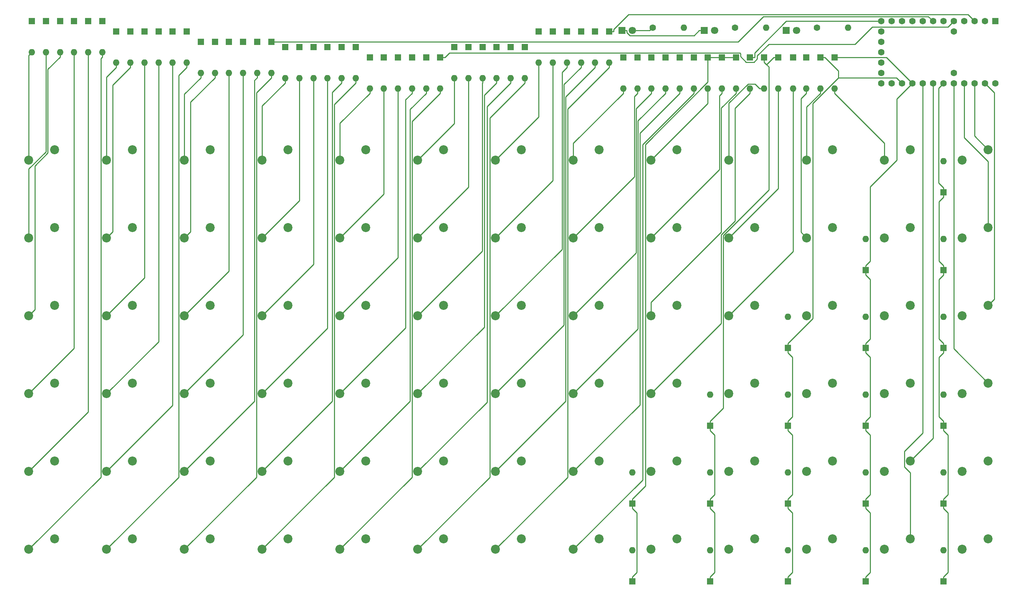
<source format=gbr>
%TF.GenerationSoftware,KiCad,Pcbnew,5.1.8-5.1.8*%
%TF.CreationDate,2020-11-21T17:42:12+00:00*%
%TF.ProjectId,m78,6d37382e-6b69-4636-9164-5f7063625858,rev?*%
%TF.SameCoordinates,Original*%
%TF.FileFunction,Copper,L2,Bot*%
%TF.FilePolarity,Positive*%
%FSLAX46Y46*%
G04 Gerber Fmt 4.6, Leading zero omitted, Abs format (unit mm)*
G04 Created by KiCad (PCBNEW 5.1.8-5.1.8) date 2020-11-21 17:42:12*
%MOMM*%
%LPD*%
G01*
G04 APERTURE LIST*
%TA.AperFunction,ComponentPad*%
%ADD10R,1.600000X1.600000*%
%TD*%
%TA.AperFunction,ComponentPad*%
%ADD11O,1.600000X1.600000*%
%TD*%
%TA.AperFunction,ComponentPad*%
%ADD12C,2.200000*%
%TD*%
%TA.AperFunction,ComponentPad*%
%ADD13C,1.600000*%
%TD*%
%TA.AperFunction,ComponentPad*%
%ADD14C,1.800000*%
%TD*%
%TA.AperFunction,ComponentPad*%
%ADD15R,1.800000X1.800000*%
%TD*%
%TA.AperFunction,Conductor*%
%ADD16C,0.250000*%
%TD*%
G04 APERTURE END LIST*
D10*
%TO.P,D1,1*%
%TO.N,c0*%
X24861800Y-16810000D03*
D11*
%TO.P,D1,2*%
%TO.N,Net-(D1-Pad2)*%
X24861800Y-24430000D03*
%TD*%
D10*
%TO.P,D72,1*%
%TO.N,c11*%
X229060000Y-153970000D03*
D11*
%TO.P,D72,2*%
%TO.N,Net-(D72-Pad2)*%
X229060000Y-146350000D03*
%TD*%
D10*
%TO.P,D66,1*%
%TO.N,c10*%
X210010000Y-153970000D03*
D11*
%TO.P,D66,2*%
%TO.N,Net-(D66-Pad2)*%
X210010000Y-146350000D03*
%TD*%
D10*
%TO.P,D60,1*%
%TO.N,c9*%
X190960000Y-153970000D03*
D11*
%TO.P,D60,2*%
%TO.N,Net-(D60-Pad2)*%
X190960000Y-146350000D03*
%TD*%
D10*
%TO.P,D54,1*%
%TO.N,c8*%
X171910000Y-153970000D03*
D11*
%TO.P,D54,2*%
%TO.N,Net-(D54-Pad2)*%
X171910000Y-146350000D03*
%TD*%
D10*
%TO.P,D48,1*%
%TO.N,c7*%
X186953000Y-25700000D03*
D11*
%TO.P,D48,2*%
%TO.N,Net-(D48-Pad2)*%
X186953000Y-33320000D03*
%TD*%
D10*
%TO.P,D42,1*%
%TO.N,c6*%
X166260000Y-19350000D03*
D11*
%TO.P,D42,2*%
%TO.N,Net-(D42-Pad2)*%
X166260000Y-26970000D03*
%TD*%
D10*
%TO.P,D36,1*%
%TO.N,c5*%
X145568000Y-23160000D03*
D11*
%TO.P,D36,2*%
%TO.N,Net-(D36-Pad2)*%
X145568000Y-30780000D03*
%TD*%
D10*
%TO.P,D30,1*%
%TO.N,c4*%
X124875000Y-25700000D03*
D11*
%TO.P,D30,2*%
%TO.N,Net-(D30-Pad2)*%
X124875000Y-33320000D03*
%TD*%
D10*
%TO.P,D24,1*%
%TO.N,c3*%
X104183000Y-23160000D03*
D11*
%TO.P,D24,2*%
%TO.N,Net-(D24-Pad2)*%
X104183000Y-30780000D03*
%TD*%
D10*
%TO.P,D18,1*%
%TO.N,c2*%
X83490400Y-21890000D03*
D11*
%TO.P,D18,2*%
%TO.N,Net-(D18-Pad2)*%
X83490400Y-29510000D03*
%TD*%
D10*
%TO.P,D12,1*%
%TO.N,c1*%
X62797900Y-19350000D03*
D11*
%TO.P,D12,2*%
%TO.N,Net-(D12-Pad2)*%
X62797900Y-26970000D03*
%TD*%
D10*
%TO.P,D6,1*%
%TO.N,c0*%
X42105500Y-16810000D03*
D11*
%TO.P,D6,2*%
%TO.N,Net-(D6-Pad2)*%
X42105500Y-24430000D03*
%TD*%
D10*
%TO.P,D67,1*%
%TO.N,c11*%
X221440000Y-25700000D03*
D11*
%TO.P,D67,2*%
%TO.N,Net-(D67-Pad2)*%
X221440000Y-33320000D03*
%TD*%
D10*
%TO.P,D77,1*%
%TO.N,c12*%
X248110000Y-134920000D03*
D11*
%TO.P,D77,2*%
%TO.N,Net-(D77-Pad2)*%
X248110000Y-127300000D03*
%TD*%
D10*
%TO.P,D76,1*%
%TO.N,c12*%
X248110000Y-115870000D03*
D11*
%TO.P,D76,2*%
%TO.N,Net-(D76-Pad2)*%
X248110000Y-108250000D03*
%TD*%
D10*
%TO.P,D75,1*%
%TO.N,c12*%
X248110000Y-96820000D03*
D11*
%TO.P,D75,2*%
%TO.N,Net-(D75-Pad2)*%
X248110000Y-89200000D03*
%TD*%
D10*
%TO.P,D74,1*%
%TO.N,c12*%
X248110000Y-77770000D03*
D11*
%TO.P,D74,2*%
%TO.N,Net-(D74-Pad2)*%
X248110000Y-70150000D03*
%TD*%
D10*
%TO.P,D73,1*%
%TO.N,c12*%
X248110000Y-58720000D03*
D11*
%TO.P,D73,2*%
%TO.N,Net-(D73-Pad2)*%
X248110000Y-51100000D03*
%TD*%
D10*
%TO.P,D71,1*%
%TO.N,c11*%
X229060000Y-134920000D03*
D11*
%TO.P,D71,2*%
%TO.N,Net-(D71-Pad2)*%
X229060000Y-127300000D03*
%TD*%
D10*
%TO.P,D70,1*%
%TO.N,c11*%
X229060000Y-115870000D03*
D11*
%TO.P,D70,2*%
%TO.N,Net-(D70-Pad2)*%
X229060000Y-108250000D03*
%TD*%
D10*
%TO.P,D69,1*%
%TO.N,c11*%
X229060000Y-96820000D03*
D11*
%TO.P,D69,2*%
%TO.N,Net-(D69-Pad2)*%
X229060000Y-89200000D03*
%TD*%
D10*
%TO.P,D68,1*%
%TO.N,c11*%
X229060000Y-77770000D03*
D11*
%TO.P,D68,2*%
%TO.N,Net-(D68-Pad2)*%
X229060000Y-70150000D03*
%TD*%
D10*
%TO.P,D65,1*%
%TO.N,c10*%
X210010000Y-134920000D03*
D11*
%TO.P,D65,2*%
%TO.N,Net-(D65-Pad2)*%
X210010000Y-127300000D03*
%TD*%
D10*
%TO.P,D64,1*%
%TO.N,c10*%
X210010000Y-115870000D03*
D11*
%TO.P,D64,2*%
%TO.N,Net-(D64-Pad2)*%
X210010000Y-108250000D03*
%TD*%
D10*
%TO.P,D63,1*%
%TO.N,c10*%
X210010000Y-96820000D03*
D11*
%TO.P,D63,2*%
%TO.N,Net-(D63-Pad2)*%
X210010000Y-89200000D03*
%TD*%
D10*
%TO.P,D62,1*%
%TO.N,c10*%
X214542000Y-25700000D03*
D11*
%TO.P,D62,2*%
%TO.N,Net-(D62-Pad2)*%
X214542000Y-33320000D03*
%TD*%
D10*
%TO.P,D61,1*%
%TO.N,c10*%
X217991000Y-25700000D03*
D11*
%TO.P,D61,2*%
%TO.N,Net-(D61-Pad2)*%
X217991000Y-33320000D03*
%TD*%
D10*
%TO.P,D59,1*%
%TO.N,c9*%
X190960000Y-134920000D03*
D11*
%TO.P,D59,2*%
%TO.N,Net-(D59-Pad2)*%
X190960000Y-127300000D03*
%TD*%
D10*
%TO.P,D58,1*%
%TO.N,c9*%
X190960000Y-115870000D03*
D11*
%TO.P,D58,2*%
%TO.N,Net-(D58-Pad2)*%
X190960000Y-108250000D03*
%TD*%
D10*
%TO.P,D57,1*%
%TO.N,c9*%
X211280000Y-25700000D03*
D11*
%TO.P,D57,2*%
%TO.N,Net-(D57-Pad2)*%
X211280000Y-33320000D03*
%TD*%
D10*
%TO.P,D56,1*%
%TO.N,c9*%
X207645000Y-25700000D03*
D11*
%TO.P,D56,2*%
%TO.N,Net-(D56-Pad2)*%
X207645000Y-33320000D03*
%TD*%
D10*
%TO.P,D55,1*%
%TO.N,c9*%
X204196000Y-25700000D03*
D11*
%TO.P,D55,2*%
%TO.N,Net-(D55-Pad2)*%
X204196000Y-33320000D03*
%TD*%
D10*
%TO.P,D53,1*%
%TO.N,c8*%
X171910000Y-134920000D03*
D11*
%TO.P,D53,2*%
%TO.N,Net-(D53-Pad2)*%
X171910000Y-127300000D03*
%TD*%
D10*
%TO.P,D52,1*%
%TO.N,c8*%
X200748000Y-25700000D03*
D11*
%TO.P,D52,2*%
%TO.N,Net-(D52-Pad2)*%
X200748000Y-33320000D03*
%TD*%
D10*
%TO.P,D51,1*%
%TO.N,c8*%
X197299000Y-25700000D03*
D11*
%TO.P,D51,2*%
%TO.N,Net-(D51-Pad2)*%
X197299000Y-33320000D03*
%TD*%
D10*
%TO.P,D50,1*%
%TO.N,c8*%
X193850000Y-25700000D03*
D11*
%TO.P,D50,2*%
%TO.N,Net-(D50-Pad2)*%
X193850000Y-33320000D03*
%TD*%
D10*
%TO.P,D49,1*%
%TO.N,c8*%
X190401000Y-25700000D03*
D11*
%TO.P,D49,2*%
%TO.N,Net-(D49-Pad2)*%
X190401000Y-33320000D03*
%TD*%
D10*
%TO.P,D47,1*%
%TO.N,c7*%
X183504000Y-25700000D03*
D11*
%TO.P,D47,2*%
%TO.N,Net-(D47-Pad2)*%
X183504000Y-33320000D03*
%TD*%
D10*
%TO.P,D46,1*%
%TO.N,c7*%
X180055000Y-25700000D03*
D11*
%TO.P,D46,2*%
%TO.N,Net-(D46-Pad2)*%
X180055000Y-33320000D03*
%TD*%
D10*
%TO.P,D45,1*%
%TO.N,c7*%
X176606000Y-25700000D03*
D11*
%TO.P,D45,2*%
%TO.N,Net-(D45-Pad2)*%
X176606000Y-33320000D03*
%TD*%
D10*
%TO.P,D44,1*%
%TO.N,c7*%
X173158000Y-25700000D03*
D11*
%TO.P,D44,2*%
%TO.N,Net-(D44-Pad2)*%
X173158000Y-33320000D03*
%TD*%
D10*
%TO.P,D43,1*%
%TO.N,c7*%
X169709000Y-25700000D03*
D11*
%TO.P,D43,2*%
%TO.N,Net-(D43-Pad2)*%
X169709000Y-33320000D03*
%TD*%
D10*
%TO.P,D41,1*%
%TO.N,c6*%
X162811000Y-19350000D03*
D11*
%TO.P,D41,2*%
%TO.N,Net-(D41-Pad2)*%
X162811000Y-26970000D03*
%TD*%
D10*
%TO.P,D40,1*%
%TO.N,c6*%
X159363000Y-19350000D03*
D11*
%TO.P,D40,2*%
%TO.N,Net-(D40-Pad2)*%
X159363000Y-26970000D03*
%TD*%
D10*
%TO.P,D39,1*%
%TO.N,c6*%
X155914000Y-19350000D03*
D11*
%TO.P,D39,2*%
%TO.N,Net-(D39-Pad2)*%
X155914000Y-26970000D03*
%TD*%
D10*
%TO.P,D38,1*%
%TO.N,c6*%
X152465000Y-19350000D03*
D11*
%TO.P,D38,2*%
%TO.N,Net-(D38-Pad2)*%
X152465000Y-26970000D03*
%TD*%
D10*
%TO.P,D37,1*%
%TO.N,c6*%
X149016000Y-19350000D03*
D11*
%TO.P,D37,2*%
%TO.N,Net-(D37-Pad2)*%
X149016000Y-26970000D03*
%TD*%
D10*
%TO.P,D35,1*%
%TO.N,c5*%
X142119000Y-23160000D03*
D11*
%TO.P,D35,2*%
%TO.N,Net-(D35-Pad2)*%
X142119000Y-30780000D03*
%TD*%
D10*
%TO.P,D34,1*%
%TO.N,c5*%
X138670000Y-23160000D03*
D11*
%TO.P,D34,2*%
%TO.N,Net-(D34-Pad2)*%
X138670000Y-30780000D03*
%TD*%
D10*
%TO.P,D33,1*%
%TO.N,c5*%
X135221000Y-23160000D03*
D11*
%TO.P,D33,2*%
%TO.N,Net-(D33-Pad2)*%
X135221000Y-30780000D03*
%TD*%
D10*
%TO.P,D32,1*%
%TO.N,c5*%
X131773000Y-23160000D03*
D11*
%TO.P,D32,2*%
%TO.N,Net-(D32-Pad2)*%
X131773000Y-30780000D03*
%TD*%
D10*
%TO.P,D31,1*%
%TO.N,c5*%
X128324000Y-23160000D03*
D11*
%TO.P,D31,2*%
%TO.N,Net-(D31-Pad2)*%
X128324000Y-30780000D03*
%TD*%
D10*
%TO.P,D29,1*%
%TO.N,c4*%
X121427000Y-25700000D03*
D11*
%TO.P,D29,2*%
%TO.N,Net-(D29-Pad2)*%
X121427000Y-33320000D03*
%TD*%
D10*
%TO.P,D28,1*%
%TO.N,c4*%
X117978000Y-25700000D03*
D11*
%TO.P,D28,2*%
%TO.N,Net-(D28-Pad2)*%
X117978000Y-33320000D03*
%TD*%
D10*
%TO.P,D27,1*%
%TO.N,c4*%
X114529000Y-25700000D03*
D11*
%TO.P,D27,2*%
%TO.N,Net-(D27-Pad2)*%
X114529000Y-33320000D03*
%TD*%
D10*
%TO.P,D26,1*%
%TO.N,c4*%
X111080000Y-25700000D03*
D11*
%TO.P,D26,2*%
%TO.N,Net-(D26-Pad2)*%
X111080000Y-33320000D03*
%TD*%
D10*
%TO.P,D25,1*%
%TO.N,c4*%
X107632000Y-25700000D03*
D11*
%TO.P,D25,2*%
%TO.N,Net-(D25-Pad2)*%
X107632000Y-33320000D03*
%TD*%
D10*
%TO.P,D23,1*%
%TO.N,c3*%
X100734000Y-23160000D03*
D11*
%TO.P,D23,2*%
%TO.N,Net-(D23-Pad2)*%
X100734000Y-30780000D03*
%TD*%
D10*
%TO.P,D22,1*%
%TO.N,c3*%
X97285300Y-23160000D03*
D11*
%TO.P,D22,2*%
%TO.N,Net-(D22-Pad2)*%
X97285300Y-30780000D03*
%TD*%
D10*
%TO.P,D21,1*%
%TO.N,c3*%
X93836600Y-23160000D03*
D11*
%TO.P,D21,2*%
%TO.N,Net-(D21-Pad2)*%
X93836600Y-30780000D03*
%TD*%
D10*
%TO.P,D20,1*%
%TO.N,c3*%
X90387900Y-23160000D03*
D11*
%TO.P,D20,2*%
%TO.N,Net-(D20-Pad2)*%
X90387900Y-30780000D03*
%TD*%
D10*
%TO.P,D19,1*%
%TO.N,c3*%
X86939100Y-23160000D03*
D11*
%TO.P,D19,2*%
%TO.N,Net-(D19-Pad2)*%
X86939100Y-30780000D03*
%TD*%
D10*
%TO.P,D17,1*%
%TO.N,c2*%
X80041600Y-21890000D03*
D11*
%TO.P,D17,2*%
%TO.N,Net-(D17-Pad2)*%
X80041600Y-29510000D03*
%TD*%
D10*
%TO.P,D16,1*%
%TO.N,c2*%
X76592900Y-21890000D03*
D11*
%TO.P,D16,2*%
%TO.N,Net-(D16-Pad2)*%
X76592900Y-29510000D03*
%TD*%
D10*
%TO.P,D15,1*%
%TO.N,c2*%
X73144200Y-21890000D03*
D11*
%TO.P,D15,2*%
%TO.N,Net-(D15-Pad2)*%
X73144200Y-29510000D03*
%TD*%
D10*
%TO.P,D14,1*%
%TO.N,c2*%
X69695400Y-21890000D03*
D11*
%TO.P,D14,2*%
%TO.N,Net-(D14-Pad2)*%
X69695400Y-29510000D03*
%TD*%
D10*
%TO.P,D13,1*%
%TO.N,c2*%
X66246700Y-21890000D03*
D11*
%TO.P,D13,2*%
%TO.N,Net-(D13-Pad2)*%
X66246700Y-29510000D03*
%TD*%
D10*
%TO.P,D11,1*%
%TO.N,c1*%
X59349200Y-19350000D03*
D11*
%TO.P,D11,2*%
%TO.N,Net-(D11-Pad2)*%
X59349200Y-26970000D03*
%TD*%
D10*
%TO.P,D10,1*%
%TO.N,c1*%
X55900500Y-19350000D03*
D11*
%TO.P,D10,2*%
%TO.N,Net-(D10-Pad2)*%
X55900500Y-26970000D03*
%TD*%
D10*
%TO.P,D9,1*%
%TO.N,c1*%
X52451700Y-19350000D03*
D11*
%TO.P,D9,2*%
%TO.N,Net-(D9-Pad2)*%
X52451700Y-26970000D03*
%TD*%
D10*
%TO.P,D8,1*%
%TO.N,c1*%
X49003000Y-19350000D03*
D11*
%TO.P,D8,2*%
%TO.N,Net-(D8-Pad2)*%
X49003000Y-26970000D03*
%TD*%
D10*
%TO.P,D7,1*%
%TO.N,c1*%
X45554200Y-19350000D03*
D11*
%TO.P,D7,2*%
%TO.N,Net-(D7-Pad2)*%
X45554200Y-26970000D03*
%TD*%
D10*
%TO.P,D5,1*%
%TO.N,c0*%
X38656800Y-16810000D03*
D11*
%TO.P,D5,2*%
%TO.N,Net-(D5-Pad2)*%
X38656800Y-24430000D03*
%TD*%
D10*
%TO.P,D4,1*%
%TO.N,c0*%
X35208000Y-16810000D03*
D11*
%TO.P,D4,2*%
%TO.N,Net-(D4-Pad2)*%
X35208000Y-24430000D03*
%TD*%
D10*
%TO.P,D3,1*%
%TO.N,c0*%
X31759300Y-16810000D03*
D11*
%TO.P,D3,2*%
%TO.N,Net-(D3-Pad2)*%
X31759300Y-24430000D03*
%TD*%
D10*
%TO.P,D2,1*%
%TO.N,c0*%
X28310500Y-16810000D03*
D11*
%TO.P,D2,2*%
%TO.N,Net-(D2-Pad2)*%
X28310500Y-24430000D03*
%TD*%
%TO.P,D78,2*%
%TO.N,Net-(D78-Pad2)*%
X248110000Y-146350000D03*
D10*
%TO.P,D78,1*%
%TO.N,c12*%
X248110000Y-153970000D03*
%TD*%
D12*
%TO.P,SW78,2*%
%TO.N,Net-(D78-Pad2)*%
X252730000Y-146050000D03*
%TO.P,SW78,1*%
%TO.N,r5*%
X259080000Y-143510000D03*
%TD*%
%TO.P,SW77,2*%
%TO.N,Net-(D77-Pad2)*%
X252730000Y-127000000D03*
%TO.P,SW77,1*%
%TO.N,r4*%
X259080000Y-124460000D03*
%TD*%
%TO.P,SW76,2*%
%TO.N,Net-(D76-Pad2)*%
X252730000Y-107950000D03*
%TO.P,SW76,1*%
%TO.N,r3*%
X259080000Y-105410000D03*
%TD*%
%TO.P,SW75,2*%
%TO.N,Net-(D75-Pad2)*%
X252730000Y-88900000D03*
%TO.P,SW75,1*%
%TO.N,r2*%
X259080000Y-86360000D03*
%TD*%
%TO.P,SW74,2*%
%TO.N,Net-(D74-Pad2)*%
X252730000Y-69850000D03*
%TO.P,SW74,1*%
%TO.N,r1*%
X259080000Y-67310000D03*
%TD*%
%TO.P,SW73,2*%
%TO.N,Net-(D73-Pad2)*%
X252730000Y-50800000D03*
%TO.P,SW73,1*%
%TO.N,r0*%
X259080000Y-48260000D03*
%TD*%
%TO.P,SW72,2*%
%TO.N,Net-(D72-Pad2)*%
X233680000Y-146050000D03*
%TO.P,SW72,1*%
%TO.N,r5*%
X240030000Y-143510000D03*
%TD*%
%TO.P,SW71,2*%
%TO.N,Net-(D71-Pad2)*%
X233680000Y-127000000D03*
%TO.P,SW71,1*%
%TO.N,r4*%
X240030000Y-124460000D03*
%TD*%
%TO.P,SW70,2*%
%TO.N,Net-(D70-Pad2)*%
X233680000Y-107950000D03*
%TO.P,SW70,1*%
%TO.N,r3*%
X240030000Y-105410000D03*
%TD*%
%TO.P,SW69,2*%
%TO.N,Net-(D69-Pad2)*%
X233680000Y-88900000D03*
%TO.P,SW69,1*%
%TO.N,r2*%
X240030000Y-86360000D03*
%TD*%
%TO.P,SW68,2*%
%TO.N,Net-(D68-Pad2)*%
X233680000Y-69850000D03*
%TO.P,SW68,1*%
%TO.N,r1*%
X240030000Y-67310000D03*
%TD*%
%TO.P,SW67,2*%
%TO.N,Net-(D67-Pad2)*%
X233680000Y-50800000D03*
%TO.P,SW67,1*%
%TO.N,r0*%
X240030000Y-48260000D03*
%TD*%
%TO.P,SW66,2*%
%TO.N,Net-(D66-Pad2)*%
X214630000Y-146050000D03*
%TO.P,SW66,1*%
%TO.N,r5*%
X220980000Y-143510000D03*
%TD*%
%TO.P,SW65,2*%
%TO.N,Net-(D65-Pad2)*%
X214630000Y-127000000D03*
%TO.P,SW65,1*%
%TO.N,r4*%
X220980000Y-124460000D03*
%TD*%
%TO.P,SW64,2*%
%TO.N,Net-(D64-Pad2)*%
X214630000Y-107950000D03*
%TO.P,SW64,1*%
%TO.N,r3*%
X220980000Y-105410000D03*
%TD*%
%TO.P,SW63,2*%
%TO.N,Net-(D63-Pad2)*%
X214630000Y-88900000D03*
%TO.P,SW63,1*%
%TO.N,r2*%
X220980000Y-86360000D03*
%TD*%
%TO.P,SW62,2*%
%TO.N,Net-(D62-Pad2)*%
X214630000Y-69850000D03*
%TO.P,SW62,1*%
%TO.N,r1*%
X220980000Y-67310000D03*
%TD*%
%TO.P,SW61,2*%
%TO.N,Net-(D61-Pad2)*%
X214630000Y-50800000D03*
%TO.P,SW61,1*%
%TO.N,r0*%
X220980000Y-48260000D03*
%TD*%
%TO.P,SW60,2*%
%TO.N,Net-(D60-Pad2)*%
X195580000Y-146050000D03*
%TO.P,SW60,1*%
%TO.N,r5*%
X201930000Y-143510000D03*
%TD*%
%TO.P,SW59,2*%
%TO.N,Net-(D59-Pad2)*%
X195580000Y-127000000D03*
%TO.P,SW59,1*%
%TO.N,r4*%
X201930000Y-124460000D03*
%TD*%
%TO.P,SW58,2*%
%TO.N,Net-(D58-Pad2)*%
X195580000Y-107950000D03*
%TO.P,SW58,1*%
%TO.N,r3*%
X201930000Y-105410000D03*
%TD*%
%TO.P,SW57,2*%
%TO.N,Net-(D57-Pad2)*%
X195580000Y-88900000D03*
%TO.P,SW57,1*%
%TO.N,r2*%
X201930000Y-86360000D03*
%TD*%
%TO.P,SW56,2*%
%TO.N,Net-(D56-Pad2)*%
X195580000Y-69850000D03*
%TO.P,SW56,1*%
%TO.N,r1*%
X201930000Y-67310000D03*
%TD*%
%TO.P,SW55,2*%
%TO.N,Net-(D55-Pad2)*%
X195580000Y-50800000D03*
%TO.P,SW55,1*%
%TO.N,r0*%
X201930000Y-48260000D03*
%TD*%
%TO.P,SW54,2*%
%TO.N,Net-(D54-Pad2)*%
X176530000Y-146050000D03*
%TO.P,SW54,1*%
%TO.N,r5*%
X182880000Y-143510000D03*
%TD*%
%TO.P,SW53,2*%
%TO.N,Net-(D53-Pad2)*%
X176530000Y-127000000D03*
%TO.P,SW53,1*%
%TO.N,r4*%
X182880000Y-124460000D03*
%TD*%
%TO.P,SW52,2*%
%TO.N,Net-(D52-Pad2)*%
X176530000Y-107950000D03*
%TO.P,SW52,1*%
%TO.N,r3*%
X182880000Y-105410000D03*
%TD*%
%TO.P,SW51,2*%
%TO.N,Net-(D51-Pad2)*%
X176530000Y-88900000D03*
%TO.P,SW51,1*%
%TO.N,r2*%
X182880000Y-86360000D03*
%TD*%
%TO.P,SW50,2*%
%TO.N,Net-(D50-Pad2)*%
X176530000Y-69850000D03*
%TO.P,SW50,1*%
%TO.N,r1*%
X182880000Y-67310000D03*
%TD*%
%TO.P,SW49,2*%
%TO.N,Net-(D49-Pad2)*%
X176530000Y-50800000D03*
%TO.P,SW49,1*%
%TO.N,r0*%
X182880000Y-48260000D03*
%TD*%
%TO.P,SW48,2*%
%TO.N,Net-(D48-Pad2)*%
X157480000Y-146050000D03*
%TO.P,SW48,1*%
%TO.N,r5*%
X163830000Y-143510000D03*
%TD*%
%TO.P,SW47,2*%
%TO.N,Net-(D47-Pad2)*%
X157480000Y-127000000D03*
%TO.P,SW47,1*%
%TO.N,r4*%
X163830000Y-124460000D03*
%TD*%
%TO.P,SW46,2*%
%TO.N,Net-(D46-Pad2)*%
X157480000Y-107950000D03*
%TO.P,SW46,1*%
%TO.N,r3*%
X163830000Y-105410000D03*
%TD*%
%TO.P,SW45,2*%
%TO.N,Net-(D45-Pad2)*%
X157480000Y-88900000D03*
%TO.P,SW45,1*%
%TO.N,r2*%
X163830000Y-86360000D03*
%TD*%
%TO.P,SW44,2*%
%TO.N,Net-(D44-Pad2)*%
X157480000Y-69850000D03*
%TO.P,SW44,1*%
%TO.N,r1*%
X163830000Y-67310000D03*
%TD*%
%TO.P,SW43,2*%
%TO.N,Net-(D43-Pad2)*%
X157480000Y-50800000D03*
%TO.P,SW43,1*%
%TO.N,r0*%
X163830000Y-48260000D03*
%TD*%
%TO.P,SW42,2*%
%TO.N,Net-(D42-Pad2)*%
X138430000Y-146050000D03*
%TO.P,SW42,1*%
%TO.N,r5*%
X144780000Y-143510000D03*
%TD*%
%TO.P,SW41,2*%
%TO.N,Net-(D41-Pad2)*%
X138430000Y-127000000D03*
%TO.P,SW41,1*%
%TO.N,r4*%
X144780000Y-124460000D03*
%TD*%
%TO.P,SW40,2*%
%TO.N,Net-(D40-Pad2)*%
X138430000Y-107950000D03*
%TO.P,SW40,1*%
%TO.N,r3*%
X144780000Y-105410000D03*
%TD*%
%TO.P,SW39,2*%
%TO.N,Net-(D39-Pad2)*%
X138430000Y-88900000D03*
%TO.P,SW39,1*%
%TO.N,r2*%
X144780000Y-86360000D03*
%TD*%
%TO.P,SW38,2*%
%TO.N,Net-(D38-Pad2)*%
X138430000Y-69850000D03*
%TO.P,SW38,1*%
%TO.N,r1*%
X144780000Y-67310000D03*
%TD*%
%TO.P,SW37,2*%
%TO.N,Net-(D37-Pad2)*%
X138430000Y-50800000D03*
%TO.P,SW37,1*%
%TO.N,r0*%
X144780000Y-48260000D03*
%TD*%
%TO.P,SW36,2*%
%TO.N,Net-(D36-Pad2)*%
X119380000Y-146050000D03*
%TO.P,SW36,1*%
%TO.N,r5*%
X125730000Y-143510000D03*
%TD*%
%TO.P,SW35,2*%
%TO.N,Net-(D35-Pad2)*%
X119380000Y-127000000D03*
%TO.P,SW35,1*%
%TO.N,r4*%
X125730000Y-124460000D03*
%TD*%
%TO.P,SW34,2*%
%TO.N,Net-(D34-Pad2)*%
X119380000Y-107950000D03*
%TO.P,SW34,1*%
%TO.N,r3*%
X125730000Y-105410000D03*
%TD*%
%TO.P,SW33,2*%
%TO.N,Net-(D33-Pad2)*%
X119380000Y-88900000D03*
%TO.P,SW33,1*%
%TO.N,r2*%
X125730000Y-86360000D03*
%TD*%
%TO.P,SW32,2*%
%TO.N,Net-(D32-Pad2)*%
X119380000Y-69850000D03*
%TO.P,SW32,1*%
%TO.N,r1*%
X125730000Y-67310000D03*
%TD*%
%TO.P,SW31,2*%
%TO.N,Net-(D31-Pad2)*%
X119380000Y-50800000D03*
%TO.P,SW31,1*%
%TO.N,r0*%
X125730000Y-48260000D03*
%TD*%
%TO.P,SW30,2*%
%TO.N,Net-(D30-Pad2)*%
X100330000Y-146050000D03*
%TO.P,SW30,1*%
%TO.N,r5*%
X106680000Y-143510000D03*
%TD*%
%TO.P,SW29,2*%
%TO.N,Net-(D29-Pad2)*%
X100330000Y-127000000D03*
%TO.P,SW29,1*%
%TO.N,r4*%
X106680000Y-124460000D03*
%TD*%
%TO.P,SW28,2*%
%TO.N,Net-(D28-Pad2)*%
X100330000Y-107950000D03*
%TO.P,SW28,1*%
%TO.N,r3*%
X106680000Y-105410000D03*
%TD*%
%TO.P,SW27,2*%
%TO.N,Net-(D27-Pad2)*%
X100330000Y-88900000D03*
%TO.P,SW27,1*%
%TO.N,r2*%
X106680000Y-86360000D03*
%TD*%
%TO.P,SW26,2*%
%TO.N,Net-(D26-Pad2)*%
X100330000Y-69850000D03*
%TO.P,SW26,1*%
%TO.N,r1*%
X106680000Y-67310000D03*
%TD*%
%TO.P,SW25,2*%
%TO.N,Net-(D25-Pad2)*%
X100330000Y-50800000D03*
%TO.P,SW25,1*%
%TO.N,r0*%
X106680000Y-48260000D03*
%TD*%
%TO.P,SW24,2*%
%TO.N,Net-(D24-Pad2)*%
X81280000Y-146050000D03*
%TO.P,SW24,1*%
%TO.N,r5*%
X87630000Y-143510000D03*
%TD*%
%TO.P,SW23,2*%
%TO.N,Net-(D23-Pad2)*%
X81280000Y-127000000D03*
%TO.P,SW23,1*%
%TO.N,r4*%
X87630000Y-124460000D03*
%TD*%
%TO.P,SW22,2*%
%TO.N,Net-(D22-Pad2)*%
X81280000Y-107950000D03*
%TO.P,SW22,1*%
%TO.N,r3*%
X87630000Y-105410000D03*
%TD*%
%TO.P,SW21,2*%
%TO.N,Net-(D21-Pad2)*%
X81280000Y-88900000D03*
%TO.P,SW21,1*%
%TO.N,r2*%
X87630000Y-86360000D03*
%TD*%
%TO.P,SW20,2*%
%TO.N,Net-(D20-Pad2)*%
X81280000Y-69850000D03*
%TO.P,SW20,1*%
%TO.N,r1*%
X87630000Y-67310000D03*
%TD*%
%TO.P,SW19,2*%
%TO.N,Net-(D19-Pad2)*%
X81280000Y-50800000D03*
%TO.P,SW19,1*%
%TO.N,r0*%
X87630000Y-48260000D03*
%TD*%
%TO.P,SW18,2*%
%TO.N,Net-(D18-Pad2)*%
X62230000Y-146050000D03*
%TO.P,SW18,1*%
%TO.N,r5*%
X68580000Y-143510000D03*
%TD*%
%TO.P,SW17,2*%
%TO.N,Net-(D17-Pad2)*%
X62230000Y-127000000D03*
%TO.P,SW17,1*%
%TO.N,r4*%
X68580000Y-124460000D03*
%TD*%
%TO.P,SW16,2*%
%TO.N,Net-(D16-Pad2)*%
X62230000Y-107950000D03*
%TO.P,SW16,1*%
%TO.N,r3*%
X68580000Y-105410000D03*
%TD*%
%TO.P,SW15,2*%
%TO.N,Net-(D15-Pad2)*%
X62230000Y-88900000D03*
%TO.P,SW15,1*%
%TO.N,r2*%
X68580000Y-86360000D03*
%TD*%
%TO.P,SW14,2*%
%TO.N,Net-(D14-Pad2)*%
X62230000Y-69850000D03*
%TO.P,SW14,1*%
%TO.N,r1*%
X68580000Y-67310000D03*
%TD*%
%TO.P,SW13,2*%
%TO.N,Net-(D13-Pad2)*%
X62230000Y-50800000D03*
%TO.P,SW13,1*%
%TO.N,r0*%
X68580000Y-48260000D03*
%TD*%
%TO.P,SW12,2*%
%TO.N,Net-(D12-Pad2)*%
X43180000Y-146050000D03*
%TO.P,SW12,1*%
%TO.N,r5*%
X49530000Y-143510000D03*
%TD*%
%TO.P,SW11,2*%
%TO.N,Net-(D11-Pad2)*%
X43180000Y-127000000D03*
%TO.P,SW11,1*%
%TO.N,r4*%
X49530000Y-124460000D03*
%TD*%
%TO.P,SW10,2*%
%TO.N,Net-(D10-Pad2)*%
X43180000Y-107950000D03*
%TO.P,SW10,1*%
%TO.N,r3*%
X49530000Y-105410000D03*
%TD*%
%TO.P,SW9,2*%
%TO.N,Net-(D9-Pad2)*%
X43180000Y-88900000D03*
%TO.P,SW9,1*%
%TO.N,r2*%
X49530000Y-86360000D03*
%TD*%
%TO.P,SW8,2*%
%TO.N,Net-(D8-Pad2)*%
X43180000Y-69850000D03*
%TO.P,SW8,1*%
%TO.N,r1*%
X49530000Y-67310000D03*
%TD*%
%TO.P,SW7,2*%
%TO.N,Net-(D7-Pad2)*%
X43180000Y-50800000D03*
%TO.P,SW7,1*%
%TO.N,r0*%
X49530000Y-48260000D03*
%TD*%
%TO.P,SW6,2*%
%TO.N,Net-(D6-Pad2)*%
X24130000Y-146050000D03*
%TO.P,SW6,1*%
%TO.N,r5*%
X30480000Y-143510000D03*
%TD*%
%TO.P,SW5,2*%
%TO.N,Net-(D5-Pad2)*%
X24130000Y-127000000D03*
%TO.P,SW5,1*%
%TO.N,r4*%
X30480000Y-124460000D03*
%TD*%
%TO.P,SW4,2*%
%TO.N,Net-(D4-Pad2)*%
X24130000Y-107950000D03*
%TO.P,SW4,1*%
%TO.N,r3*%
X30480000Y-105410000D03*
%TD*%
%TO.P,SW3,2*%
%TO.N,Net-(D3-Pad2)*%
X24130000Y-88900000D03*
%TO.P,SW3,1*%
%TO.N,r2*%
X30480000Y-86360000D03*
%TD*%
%TO.P,SW2,2*%
%TO.N,Net-(D2-Pad2)*%
X24130000Y-69850000D03*
%TO.P,SW2,1*%
%TO.N,r1*%
X30480000Y-67310000D03*
%TD*%
%TO.P,SW1,2*%
%TO.N,Net-(D1-Pad2)*%
X24130000Y-50800000D03*
%TO.P,SW1,1*%
%TO.N,r0*%
X30480000Y-48260000D03*
%TD*%
D13*
%TO.P,U1,15*%
%TO.N,gnd*%
X232870000Y-24430000D03*
D10*
%TO.P,U1,1*%
%TO.N,N/C*%
X260810000Y-16810000D03*
D13*
%TO.P,U1,2*%
%TO.N,c7*%
X258270000Y-16810000D03*
%TO.P,U1,3*%
%TO.N,c6*%
X255730000Y-16810000D03*
%TO.P,U1,4*%
%TO.N,c5*%
X253190000Y-16810000D03*
%TO.P,U1,5*%
%TO.N,c4*%
X250650000Y-16810000D03*
%TO.P,U1,6*%
%TO.N,c3*%
X248110000Y-16810000D03*
%TO.P,U1,7*%
%TO.N,c2*%
X245570000Y-16810000D03*
%TO.P,U1,8*%
%TO.N,c0*%
X243030000Y-16810000D03*
%TO.P,U1,9*%
%TO.N,c1*%
X240490000Y-16810000D03*
%TO.P,U1,10*%
%TO.N,N/C*%
X237950000Y-16810000D03*
%TO.P,U1,11*%
X235410000Y-16810000D03*
%TO.P,U1,12*%
%TO.N,c8*%
X232870000Y-16810000D03*
%TO.P,U1,13*%
%TO.N,N/C*%
X232870000Y-19350000D03*
%TO.P,U1,14*%
%TO.N,pwr*%
X232870000Y-21890000D03*
%TO.P,U1,16*%
%TO.N,N/C*%
X232870000Y-26970000D03*
%TO.P,U1,17*%
%TO.N,f90*%
X232870000Y-29510000D03*
%TO.P,U1,18*%
%TO.N,cpp*%
X232870000Y-32050000D03*
%TO.P,U1,19*%
%TO.N,c9*%
X235410000Y-32050000D03*
%TO.P,U1,20*%
%TO.N,c10*%
X237950000Y-32050000D03*
%TO.P,U1,21*%
%TO.N,c11*%
X240490000Y-32050000D03*
%TO.P,U1,22*%
%TO.N,r5*%
X243030000Y-32050000D03*
%TO.P,U1,23*%
%TO.N,r4*%
X245570000Y-32050000D03*
%TO.P,U1,24*%
%TO.N,c12*%
X248110000Y-32050000D03*
%TO.P,U1,25*%
%TO.N,r3*%
X250650000Y-32050000D03*
%TO.P,U1,26*%
%TO.N,r1*%
X253190000Y-32050000D03*
%TO.P,U1,27*%
%TO.N,r0*%
X255730000Y-32050000D03*
%TO.P,U1,28*%
%TO.N,r2*%
X258270000Y-32050000D03*
%TO.P,U1,29*%
%TO.N,N/C*%
X260810000Y-32050000D03*
%TO.P,U1,30*%
X250650000Y-19350000D03*
%TO.P,U1,31*%
X250650000Y-29510000D03*
%TD*%
D11*
%TO.P,R3,2*%
%TO.N,pwr*%
X224790000Y-18360000D03*
D13*
%TO.P,R3,1*%
%TO.N,Net-(D81-Pad2)*%
X217170000Y-18360000D03*
%TD*%
D14*
%TO.P,D81,2*%
%TO.N,Net-(D81-Pad2)*%
X212178000Y-19110000D03*
D15*
%TO.P,D81,1*%
%TO.N,gnd*%
X209638000Y-19110000D03*
%TD*%
D11*
%TO.P,R1,2*%
%TO.N,cpp*%
X184522000Y-18360000D03*
D13*
%TO.P,R1,1*%
%TO.N,Net-(D79-Pad2)*%
X176902000Y-18360000D03*
%TD*%
D11*
%TO.P,R2,2*%
%TO.N,f90*%
X204656000Y-18360000D03*
D13*
%TO.P,R2,1*%
%TO.N,Net-(D80-Pad2)*%
X197036000Y-18360000D03*
%TD*%
D14*
%TO.P,D80,2*%
%TO.N,Net-(D80-Pad2)*%
X192044000Y-19110000D03*
D15*
%TO.P,D80,1*%
%TO.N,gnd*%
X189504000Y-19110000D03*
%TD*%
D14*
%TO.P,D79,2*%
%TO.N,Net-(D79-Pad2)*%
X171910000Y-19110000D03*
D15*
%TO.P,D79,1*%
%TO.N,gnd*%
X169370000Y-19110000D03*
%TD*%
D16*
%TO.N,Net-(D1-Pad2)*%
X24130000Y-25161800D02*
X24861800Y-24430000D01*
X24130000Y-50800000D02*
X24130000Y-25161800D01*
%TO.N,Net-(D2-Pad2)*%
X28310500Y-24430000D02*
X28310500Y-25555300D01*
X28310500Y-25555300D02*
X28310500Y-48764000D01*
X28310500Y-48764000D02*
X24130000Y-52944500D01*
X24130000Y-52944500D02*
X24130000Y-69850000D01*
%TO.N,Net-(D3-Pad2)*%
X24130000Y-88900000D02*
X25614600Y-87415400D01*
X25614600Y-87415400D02*
X25614600Y-52225400D01*
X25614600Y-52225400D02*
X28760800Y-49079200D01*
X28760800Y-49079200D02*
X28760800Y-28553800D01*
X28760800Y-28553800D02*
X31759300Y-25555300D01*
X31759300Y-24430000D02*
X31759300Y-25555300D01*
%TO.N,Net-(D4-Pad2)*%
X35208000Y-24430000D02*
X35208000Y-96872000D01*
X35208000Y-96872000D02*
X24130000Y-107950000D01*
%TO.N,Net-(D5-Pad2)*%
X38656800Y-24430000D02*
X38656800Y-112473200D01*
X38656800Y-112473200D02*
X24130000Y-127000000D01*
%TO.N,Net-(D6-Pad2)*%
X42105500Y-24430000D02*
X42105500Y-25555300D01*
X42105500Y-25555300D02*
X41754600Y-25906200D01*
X41754600Y-25906200D02*
X41754600Y-128425400D01*
X41754600Y-128425400D02*
X24130000Y-146050000D01*
%TO.N,Net-(D7-Pad2)*%
X45554200Y-26970000D02*
X45554200Y-28095300D01*
X45554200Y-28095300D02*
X43180000Y-30469500D01*
X43180000Y-30469500D02*
X43180000Y-50800000D01*
%TO.N,Net-(D8-Pad2)*%
X49003000Y-26970000D02*
X49003000Y-28095300D01*
X49003000Y-28095300D02*
X44664600Y-32433700D01*
X44664600Y-32433700D02*
X44664600Y-68365400D01*
X44664600Y-68365400D02*
X43180000Y-69850000D01*
%TO.N,Net-(D9-Pad2)*%
X52451700Y-26970000D02*
X52451700Y-79628300D01*
X52451700Y-79628300D02*
X43180000Y-88900000D01*
%TO.N,Net-(D10-Pad2)*%
X55900500Y-26970000D02*
X55900500Y-95229500D01*
X55900500Y-95229500D02*
X43180000Y-107950000D01*
%TO.N,Net-(D11-Pad2)*%
X59349200Y-26970000D02*
X59349200Y-110830800D01*
X59349200Y-110830800D02*
X43180000Y-127000000D01*
%TO.N,Net-(D12-Pad2)*%
X62797900Y-26970000D02*
X62797900Y-28095300D01*
X62797900Y-28095300D02*
X60804600Y-30088600D01*
X60804600Y-30088600D02*
X60804600Y-128425400D01*
X60804600Y-128425400D02*
X43180000Y-146050000D01*
%TO.N,Net-(D13-Pad2)*%
X62230000Y-50800000D02*
X62230000Y-34652000D01*
X62230000Y-34652000D02*
X66246700Y-30635300D01*
X66246700Y-29510000D02*
X66246700Y-30635300D01*
%TO.N,c2*%
X83490400Y-21890000D02*
X197796500Y-21890000D01*
X197796500Y-21890000D02*
X204041800Y-15644700D01*
X204041800Y-15644700D02*
X244404700Y-15644700D01*
X244404700Y-15644700D02*
X245570000Y-16810000D01*
%TO.N,Net-(D14-Pad2)*%
X69695400Y-29510000D02*
X69695400Y-30635300D01*
X69695400Y-30635300D02*
X63714600Y-36616100D01*
X63714600Y-36616100D02*
X63714600Y-68365400D01*
X63714600Y-68365400D02*
X62230000Y-69850000D01*
%TO.N,Net-(D15-Pad2)*%
X73144200Y-29510000D02*
X73144200Y-77985800D01*
X73144200Y-77985800D02*
X62230000Y-88900000D01*
%TO.N,Net-(D16-Pad2)*%
X76592900Y-29510000D02*
X76592900Y-93587100D01*
X76592900Y-93587100D02*
X62230000Y-107950000D01*
%TO.N,Net-(D17-Pad2)*%
X80041600Y-30635300D02*
X79404300Y-31272600D01*
X79404300Y-31272600D02*
X79404300Y-109825700D01*
X79404300Y-109825700D02*
X62230000Y-127000000D01*
X80041600Y-29510000D02*
X80041600Y-30635300D01*
%TO.N,Net-(D18-Pad2)*%
X83490400Y-29510000D02*
X83490400Y-30635300D01*
X83490400Y-30635300D02*
X79854700Y-34271000D01*
X79854700Y-34271000D02*
X79854700Y-128425300D01*
X79854700Y-128425300D02*
X62230000Y-146050000D01*
%TO.N,Net-(D19-Pad2)*%
X86939100Y-30780000D02*
X86939100Y-31905300D01*
X86939100Y-31905300D02*
X81280000Y-37564400D01*
X81280000Y-37564400D02*
X81280000Y-50800000D01*
%TO.N,Net-(D20-Pad2)*%
X90387900Y-30780000D02*
X90387900Y-60742100D01*
X90387900Y-60742100D02*
X81280000Y-69850000D01*
%TO.N,Net-(D21-Pad2)*%
X93836600Y-30780000D02*
X93836600Y-76343400D01*
X93836600Y-76343400D02*
X81280000Y-88900000D01*
%TO.N,Net-(D22-Pad2)*%
X97285300Y-30780000D02*
X97285300Y-91944700D01*
X97285300Y-91944700D02*
X81280000Y-107950000D01*
%TO.N,Net-(D23-Pad2)*%
X100734000Y-31905300D02*
X98454300Y-34185000D01*
X98454300Y-34185000D02*
X98454300Y-109825700D01*
X98454300Y-109825700D02*
X81280000Y-127000000D01*
X100734000Y-30780000D02*
X100734000Y-31905300D01*
%TO.N,Net-(D24-Pad2)*%
X104183000Y-30780000D02*
X104183000Y-31905300D01*
X104183000Y-31905300D02*
X98904700Y-37183600D01*
X98904700Y-37183600D02*
X98904700Y-128425300D01*
X98904700Y-128425300D02*
X81280000Y-146050000D01*
%TO.N,Net-(D25-Pad2)*%
X100330000Y-50800000D02*
X100330000Y-41747300D01*
X100330000Y-41747300D02*
X107632000Y-34445300D01*
X107632000Y-33320000D02*
X107632000Y-34445300D01*
%TO.N,c4*%
X126000300Y-25700000D02*
X127125700Y-24574600D01*
X127125700Y-24574600D02*
X198233700Y-24574600D01*
X198233700Y-24574600D02*
X198424400Y-24765300D01*
X198424400Y-24765300D02*
X198424400Y-25441300D01*
X198424400Y-25441300D02*
X199808500Y-26825400D01*
X199808500Y-26825400D02*
X201690800Y-26825400D01*
X201690800Y-26825400D02*
X202510300Y-26005900D01*
X202510300Y-26005900D02*
X202510300Y-25290200D01*
X202510300Y-25290200D02*
X205345500Y-22455000D01*
X205345500Y-22455000D02*
X226452400Y-22455000D01*
X226452400Y-22455000D02*
X230682800Y-18224600D01*
X230682800Y-18224600D02*
X249235400Y-18224600D01*
X249235400Y-18224600D02*
X250650000Y-16810000D01*
X124875000Y-25700000D02*
X126000300Y-25700000D01*
%TO.N,Net-(D26-Pad2)*%
X111080000Y-33320000D02*
X111080000Y-59100000D01*
X111080000Y-59100000D02*
X100330000Y-69850000D01*
%TO.N,Net-(D27-Pad2)*%
X114529000Y-33320000D02*
X114529000Y-74701000D01*
X114529000Y-74701000D02*
X100330000Y-88900000D01*
%TO.N,Net-(D28-Pad2)*%
X117978000Y-34445300D02*
X116402400Y-36020900D01*
X116402400Y-36020900D02*
X116402400Y-91877600D01*
X116402400Y-91877600D02*
X100330000Y-107950000D01*
X117978000Y-33320000D02*
X117978000Y-34445300D01*
%TO.N,Net-(D29-Pad2)*%
X121427000Y-34445300D02*
X117504300Y-38368000D01*
X117504300Y-38368000D02*
X117504300Y-109825700D01*
X117504300Y-109825700D02*
X100330000Y-127000000D01*
X121427000Y-33320000D02*
X121427000Y-34445300D01*
%TO.N,Net-(D30-Pad2)*%
X124875000Y-33320000D02*
X124875000Y-34445300D01*
X124875000Y-34445300D02*
X117954700Y-41365600D01*
X117954700Y-41365600D02*
X117954700Y-128425300D01*
X117954700Y-128425300D02*
X100330000Y-146050000D01*
%TO.N,Net-(D31-Pad2)*%
X128324000Y-30780000D02*
X128324000Y-41856000D01*
X128324000Y-41856000D02*
X119380000Y-50800000D01*
%TO.N,Net-(D32-Pad2)*%
X131773000Y-30780000D02*
X131773000Y-57457000D01*
X131773000Y-57457000D02*
X119380000Y-69850000D01*
%TO.N,Net-(D33-Pad2)*%
X135221000Y-30780000D02*
X135221000Y-31905300D01*
X135221000Y-31905300D02*
X135203500Y-31922800D01*
X135203500Y-31922800D02*
X135203500Y-73076500D01*
X135203500Y-73076500D02*
X119380000Y-88900000D01*
%TO.N,Net-(D34-Pad2)*%
X138670000Y-31905300D02*
X135653800Y-34921500D01*
X135653800Y-34921500D02*
X135653800Y-91676200D01*
X135653800Y-91676200D02*
X119380000Y-107950000D01*
X138670000Y-30780000D02*
X138670000Y-31905300D01*
%TO.N,Net-(D35-Pad2)*%
X142119000Y-30780000D02*
X142119000Y-31905300D01*
X119380000Y-127000000D02*
X136329200Y-110050800D01*
X136329200Y-110050800D02*
X136329200Y-37695100D01*
X136329200Y-37695100D02*
X142119000Y-31905300D01*
%TO.N,Net-(D36-Pad2)*%
X119380000Y-146050000D02*
X137004700Y-128425300D01*
X137004700Y-128425300D02*
X137004700Y-40468600D01*
X137004700Y-40468600D02*
X145568000Y-31905300D01*
X145568000Y-30780000D02*
X145568000Y-31905300D01*
%TO.N,Net-(D37-Pad2)*%
X149016000Y-26970000D02*
X149016000Y-40214000D01*
X149016000Y-40214000D02*
X138430000Y-50800000D01*
%TO.N,c6*%
X255730000Y-16810000D02*
X254114300Y-15194300D01*
X254114300Y-15194300D02*
X170978400Y-15194300D01*
X170978400Y-15194300D02*
X167385300Y-18787400D01*
X167385300Y-18787400D02*
X167385300Y-19350000D01*
X166260000Y-19350000D02*
X167385300Y-19350000D01*
%TO.N,Net-(D38-Pad2)*%
X152465000Y-26970000D02*
X152465000Y-55815000D01*
X152465000Y-55815000D02*
X138430000Y-69850000D01*
%TO.N,Net-(D39-Pad2)*%
X155914000Y-28095300D02*
X154703700Y-29305600D01*
X154703700Y-29305600D02*
X154703700Y-72626300D01*
X154703700Y-72626300D02*
X138430000Y-88900000D01*
X155914000Y-26970000D02*
X155914000Y-28095300D01*
%TO.N,Net-(D40-Pad2)*%
X159363000Y-28095300D02*
X155154000Y-32304300D01*
X155154000Y-32304300D02*
X155154000Y-91226000D01*
X155154000Y-91226000D02*
X138430000Y-107950000D01*
X159363000Y-26970000D02*
X159363000Y-28095300D01*
%TO.N,Net-(D41-Pad2)*%
X162811000Y-26970000D02*
X162811000Y-28095300D01*
X138430000Y-127000000D02*
X155604300Y-109825700D01*
X155604300Y-109825700D02*
X155604300Y-35302000D01*
X155604300Y-35302000D02*
X162811000Y-28095300D01*
%TO.N,Net-(D42-Pad2)*%
X166260000Y-26970000D02*
X166260000Y-28095300D01*
X166260000Y-28095300D02*
X156054700Y-38300600D01*
X156054700Y-38300600D02*
X156054700Y-128425300D01*
X156054700Y-128425300D02*
X138430000Y-146050000D01*
%TO.N,Net-(D43-Pad2)*%
X157480000Y-50800000D02*
X157480000Y-46674300D01*
X157480000Y-46674300D02*
X169709000Y-34445300D01*
X169709000Y-33320000D02*
X169709000Y-34445300D01*
%TO.N,Net-(D44-Pad2)*%
X173158000Y-34445300D02*
X172402900Y-35200400D01*
X172402900Y-35200400D02*
X172402900Y-54927100D01*
X172402900Y-54927100D02*
X157480000Y-69850000D01*
X173158000Y-33320000D02*
X173158000Y-34445300D01*
%TO.N,Net-(D45-Pad2)*%
X176606000Y-34445300D02*
X172853200Y-38198100D01*
X172853200Y-38198100D02*
X172853200Y-73526800D01*
X172853200Y-73526800D02*
X157480000Y-88900000D01*
X176606000Y-33320000D02*
X176606000Y-34445300D01*
%TO.N,Net-(D46-Pad2)*%
X180055000Y-34445300D02*
X173303500Y-41196800D01*
X173303500Y-41196800D02*
X173303500Y-92126500D01*
X173303500Y-92126500D02*
X157480000Y-107950000D01*
X180055000Y-33320000D02*
X180055000Y-34445300D01*
%TO.N,Net-(D47-Pad2)*%
X183504000Y-34445300D02*
X173753800Y-44195500D01*
X173753800Y-44195500D02*
X173753800Y-110726200D01*
X173753800Y-110726200D02*
X157480000Y-127000000D01*
X183504000Y-33320000D02*
X183504000Y-34445300D01*
%TO.N,Net-(D48-Pad2)*%
X186953000Y-33320000D02*
X186953000Y-34445300D01*
X157480000Y-146050000D02*
X174429200Y-129100800D01*
X174429200Y-129100800D02*
X174429200Y-46969100D01*
X174429200Y-46969100D02*
X186953000Y-34445300D01*
%TO.N,Net-(D49-Pad2)*%
X190401000Y-33320000D02*
X190401000Y-36929000D01*
X190401000Y-36929000D02*
X176530000Y-50800000D01*
%TO.N,c8*%
X200748000Y-25700000D02*
X201873300Y-25700000D01*
X201873300Y-25700000D02*
X201873300Y-24574700D01*
X201873300Y-24574700D02*
X209638000Y-16810000D01*
X209638000Y-16810000D02*
X232870000Y-16810000D01*
X190401000Y-25700000D02*
X192724700Y-25700000D01*
X171910000Y-133794700D02*
X175104700Y-130600000D01*
X175104700Y-130600000D02*
X175104700Y-47023300D01*
X175104700Y-47023300D02*
X190401000Y-31727000D01*
X190401000Y-31727000D02*
X190401000Y-25700000D01*
X193850000Y-25700000D02*
X192724700Y-25700000D01*
X171910000Y-134920000D02*
X171910000Y-133794700D01*
X171910000Y-153970000D02*
X171910000Y-152844700D01*
X171910000Y-134920000D02*
X171910000Y-136045300D01*
X171910000Y-136045300D02*
X173035300Y-137170600D01*
X173035300Y-137170600D02*
X173035300Y-151719400D01*
X173035300Y-151719400D02*
X171910000Y-152844700D01*
X193850000Y-25700000D02*
X197299000Y-25700000D01*
%TO.N,Net-(D50-Pad2)*%
X193850000Y-34445300D02*
X193254000Y-35041300D01*
X193254000Y-35041300D02*
X193254000Y-53126000D01*
X193254000Y-53126000D02*
X176530000Y-69850000D01*
X193850000Y-33320000D02*
X193850000Y-34445300D01*
%TO.N,Net-(D51-Pad2)*%
X197299000Y-34445300D02*
X193704300Y-38040000D01*
X193704300Y-38040000D02*
X193704300Y-68436200D01*
X193704300Y-68436200D02*
X176530000Y-85610500D01*
X176530000Y-85610500D02*
X176530000Y-88900000D01*
X197299000Y-33320000D02*
X197299000Y-34445300D01*
%TO.N,Net-(D52-Pad2)*%
X176530000Y-107950000D02*
X193704400Y-90775600D01*
X193704400Y-90775600D02*
X193704400Y-69073000D01*
X193704400Y-69073000D02*
X197064600Y-65712800D01*
X197064600Y-65712800D02*
X197064600Y-38128700D01*
X197064600Y-38128700D02*
X200748000Y-34445300D01*
X200748000Y-33320000D02*
X200748000Y-34445300D01*
%TO.N,Net-(D55-Pad2)*%
X204196000Y-33320000D02*
X203070700Y-33320000D01*
X203070700Y-33320000D02*
X201944500Y-32193800D01*
X201944500Y-32193800D02*
X200265300Y-32193800D01*
X200265300Y-32193800D02*
X195580000Y-36879100D01*
X195580000Y-36879100D02*
X195580000Y-50800000D01*
%TO.N,c9*%
X204795200Y-27424500D02*
X205348500Y-27977800D01*
X205348500Y-27977800D02*
X205348500Y-58065800D01*
X205348500Y-58065800D02*
X194154700Y-69259600D01*
X194154700Y-69259600D02*
X194154700Y-111550000D01*
X194154700Y-111550000D02*
X190960000Y-114744700D01*
X204196000Y-26825300D02*
X204795200Y-27424500D01*
X206519700Y-25700000D02*
X204795200Y-27424500D01*
X207645000Y-25700000D02*
X206519700Y-25700000D01*
X190960000Y-115870000D02*
X190960000Y-114744700D01*
X204196000Y-25700000D02*
X204196000Y-26825300D01*
X190960000Y-153970000D02*
X190960000Y-152844700D01*
X190960000Y-134920000D02*
X190960000Y-136045300D01*
X190960000Y-136045300D02*
X192085300Y-137170600D01*
X192085300Y-137170600D02*
X192085300Y-151719400D01*
X192085300Y-151719400D02*
X190960000Y-152844700D01*
X190960000Y-134357300D02*
X190960000Y-134920000D01*
X190960000Y-134357300D02*
X190960000Y-133794700D01*
X190960000Y-115870000D02*
X190960000Y-116995300D01*
X190960000Y-116995300D02*
X192085300Y-118120600D01*
X192085300Y-118120600D02*
X192085300Y-132669400D01*
X192085300Y-132669400D02*
X190960000Y-133794700D01*
%TO.N,Net-(D56-Pad2)*%
X207645000Y-33320000D02*
X207645000Y-57785000D01*
X207645000Y-57785000D02*
X195580000Y-69850000D01*
%TO.N,Net-(D57-Pad2)*%
X211280000Y-33320000D02*
X211280000Y-73200000D01*
X211280000Y-73200000D02*
X195580000Y-88900000D01*
%TO.N,Net-(D61-Pad2)*%
X217991000Y-33320000D02*
X217991000Y-34445300D01*
X217991000Y-34445300D02*
X214630000Y-37806300D01*
X214630000Y-37806300D02*
X214630000Y-50800000D01*
%TO.N,c10*%
X222406300Y-30666900D02*
X216114600Y-36958600D01*
X216114600Y-36958600D02*
X216114600Y-89590100D01*
X216114600Y-89590100D02*
X210010000Y-95694700D01*
X219116300Y-25700000D02*
X222406300Y-28990000D01*
X222406300Y-28990000D02*
X222406300Y-30666900D01*
X222406300Y-30666900D02*
X236566900Y-30666900D01*
X236566900Y-30666900D02*
X237950000Y-32050000D01*
X210010000Y-96820000D02*
X210010000Y-95694700D01*
X210010000Y-115870000D02*
X210010000Y-114744700D01*
X210010000Y-96820000D02*
X210010000Y-97945300D01*
X210010000Y-97945300D02*
X211135300Y-99070600D01*
X211135300Y-99070600D02*
X211135300Y-113619400D01*
X211135300Y-113619400D02*
X210010000Y-114744700D01*
X210010000Y-134920000D02*
X210010000Y-133794700D01*
X210010000Y-115870000D02*
X210010000Y-116995300D01*
X210010000Y-116995300D02*
X211135300Y-118120600D01*
X211135300Y-118120600D02*
X211135300Y-132669400D01*
X211135300Y-132669400D02*
X210010000Y-133794700D01*
X210010000Y-153970000D02*
X210010000Y-152844700D01*
X210010000Y-134920000D02*
X210010000Y-136045300D01*
X210010000Y-136045300D02*
X211135300Y-137170600D01*
X211135300Y-137170600D02*
X211135300Y-151719400D01*
X211135300Y-151719400D02*
X210010000Y-152844700D01*
X217991000Y-25700000D02*
X219116300Y-25700000D01*
%TO.N,Net-(D62-Pad2)*%
X214542000Y-33320000D02*
X214542000Y-34445300D01*
X214542000Y-34445300D02*
X213196000Y-35791300D01*
X213196000Y-35791300D02*
X213196000Y-68416000D01*
X213196000Y-68416000D02*
X214630000Y-69850000D01*
%TO.N,Net-(D67-Pad2)*%
X221440000Y-33320000D02*
X221440000Y-34445300D01*
X221440000Y-34445300D02*
X233680000Y-46685300D01*
X233680000Y-46685300D02*
X233680000Y-50800000D01*
%TO.N,c11*%
X229060000Y-77770000D02*
X229060000Y-76644700D01*
X229060000Y-76644700D02*
X230185300Y-75519400D01*
X230185300Y-75519400D02*
X230185300Y-57356100D01*
X230185300Y-57356100D02*
X236695700Y-50845700D01*
X236695700Y-50845700D02*
X236695700Y-35844300D01*
X236695700Y-35844300D02*
X240490000Y-32050000D01*
X229060000Y-78332600D02*
X229060000Y-77770000D01*
X229060000Y-78332600D02*
X229060000Y-78895300D01*
X229060000Y-96820000D02*
X229060000Y-95694700D01*
X229060000Y-78895300D02*
X230185300Y-80020600D01*
X230185300Y-80020600D02*
X230185300Y-94569400D01*
X230185300Y-94569400D02*
X229060000Y-95694700D01*
X229060000Y-115870000D02*
X229060000Y-114744700D01*
X229060000Y-96820000D02*
X229060000Y-97945300D01*
X229060000Y-97945300D02*
X230185300Y-99070600D01*
X230185300Y-99070600D02*
X230185300Y-113619400D01*
X230185300Y-113619400D02*
X229060000Y-114744700D01*
X229060000Y-134920000D02*
X229060000Y-133794700D01*
X229060000Y-115870000D02*
X229060000Y-116995300D01*
X229060000Y-116995300D02*
X230185300Y-118120600D01*
X230185300Y-118120600D02*
X230185300Y-132669400D01*
X230185300Y-132669400D02*
X229060000Y-133794700D01*
X221440000Y-25700000D02*
X234140000Y-25700000D01*
X234140000Y-25700000D02*
X240490000Y-32050000D01*
X229060000Y-153970000D02*
X229060000Y-152844700D01*
X229060000Y-134920000D02*
X229060000Y-136045300D01*
X229060000Y-136045300D02*
X230185300Y-137170600D01*
X230185300Y-137170600D02*
X230185300Y-151719400D01*
X230185300Y-151719400D02*
X229060000Y-152844700D01*
%TO.N,c12*%
X248110000Y-134920000D02*
X248110000Y-136045300D01*
X248110000Y-153970000D02*
X248110000Y-152844700D01*
X248110000Y-152844700D02*
X249235300Y-151719400D01*
X249235300Y-151719400D02*
X249235300Y-137170600D01*
X249235300Y-137170600D02*
X248110000Y-136045300D01*
X248110000Y-58720000D02*
X248110000Y-59845300D01*
X248110000Y-77770000D02*
X248110000Y-76644700D01*
X248110000Y-76644700D02*
X246984700Y-75519400D01*
X246984700Y-75519400D02*
X246984700Y-60970600D01*
X246984700Y-60970600D02*
X248110000Y-59845300D01*
X248110000Y-78332600D02*
X248110000Y-77770000D01*
X248110000Y-96820000D02*
X248110000Y-97945300D01*
X248110000Y-115870000D02*
X248110000Y-114744700D01*
X248110000Y-114744700D02*
X246984700Y-113619400D01*
X246984700Y-113619400D02*
X246984700Y-99070600D01*
X246984700Y-99070600D02*
X248110000Y-97945300D01*
X248110000Y-116432600D02*
X248110000Y-115870000D01*
X248110000Y-58720000D02*
X248110000Y-57594700D01*
X248110000Y-57594700D02*
X246960600Y-56445300D01*
X246960600Y-56445300D02*
X246960600Y-33199400D01*
X246960600Y-33199400D02*
X248110000Y-32050000D01*
X248110000Y-78332600D02*
X248110000Y-78895300D01*
X248110000Y-96820000D02*
X248110000Y-95694700D01*
X248110000Y-95694700D02*
X246984700Y-94569400D01*
X246984700Y-94569400D02*
X246984700Y-80020600D01*
X246984700Y-80020600D02*
X248110000Y-78895300D01*
X248110000Y-116432600D02*
X248110000Y-116995300D01*
X248110000Y-134920000D02*
X248110000Y-133794700D01*
X248110000Y-116995300D02*
X249235300Y-118120600D01*
X249235300Y-118120600D02*
X249235300Y-132669400D01*
X249235300Y-132669400D02*
X248110000Y-133794700D01*
%TO.N,Net-(D79-Pad2)*%
X171910000Y-19110000D02*
X176152000Y-19110000D01*
X176152000Y-19110000D02*
X176902000Y-18360000D01*
%TO.N,gnd*%
X189504000Y-19110000D02*
X188278700Y-19110000D01*
X169370000Y-19110000D02*
X170595300Y-19110000D01*
X170595300Y-19110000D02*
X170595300Y-19569500D01*
X170595300Y-19569500D02*
X171361100Y-20335300D01*
X171361100Y-20335300D02*
X187053400Y-20335300D01*
X187053400Y-20335300D02*
X188278700Y-19110000D01*
%TO.N,r1*%
X259080000Y-67310000D02*
X259080000Y-51179600D01*
X259080000Y-51179600D02*
X253190000Y-45289600D01*
X253190000Y-45289600D02*
X253190000Y-32050000D01*
%TO.N,r0*%
X259080000Y-48260000D02*
X255730000Y-44910000D01*
X255730000Y-44910000D02*
X255730000Y-32050000D01*
%TO.N,r2*%
X258270000Y-32050000D02*
X260545200Y-34325200D01*
X260545200Y-34325200D02*
X260545200Y-84894800D01*
X260545200Y-84894800D02*
X259080000Y-86360000D01*
%TO.N,r3*%
X250650000Y-32050000D02*
X250650000Y-96980000D01*
X250650000Y-96980000D02*
X259080000Y-105410000D01*
%TO.N,r4*%
X245570000Y-32050000D02*
X245570000Y-118920000D01*
X245570000Y-118920000D02*
X240030000Y-124460000D01*
%TO.N,r5*%
X243030000Y-32050000D02*
X243030000Y-117663900D01*
X243030000Y-117663900D02*
X238552000Y-122141900D01*
X238552000Y-122141900D02*
X238552000Y-125901500D01*
X238552000Y-125901500D02*
X240030000Y-127379500D01*
X240030000Y-127379500D02*
X240030000Y-143510000D01*
%TD*%
M02*

</source>
